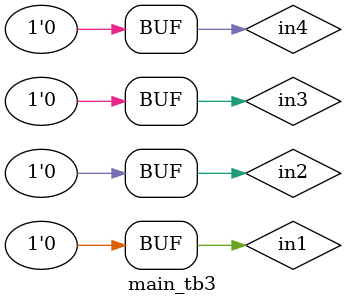
<source format=v>
module main_tb3;

reg in1,in2,in3,in4;
wire [3:0] count;
wire mo1,mo2,mo3,mo4;

initial
begin
in1=0;
in2=0;
in3=0;
in4=0;
end

main m1(in1,in2,in3,in4,count,mo1,mo2,mo3,mo4);


initial
begin
$dumpfile("main3.vcd");
$dumpvars(0,main_tb3);
end

initial
begin
#17
in1=1;
in2=0;
in3=0;
in4=0;
#7
in1=0;
end


initial
begin
#50
in1=1;
in2=1;
in3=1;
in4=1;
#4

in1=0;
in2=0;
in3=0;
in4=0;
end

initial
begin
#84
in1=0;
in2=0;
in3=1;
in4=0;
#7
in3=0;
end

initial
begin
#120
in1=0;
in2=1;
in3=0;
in4=0;
#9
in2=0;
end

initial
begin
#137
in1=0;
in2=1;
in3=0;
in4=0;
#1
in2=0;
end

initial
begin
#153
in1=0;
in2=0;
in3=1;
in4=0;
#2
in3=0;
end
initial
begin
#169
in1=0;
in2=0;
in3=0;
in4=1;
#3
in4=0;
end

initial
begin
#185
in1=0;
in2=1;
in3=0;
in4=0;
#1
in2=0;
end

initial
begin
#197
in1=0;
in2=0;
in3=1;
in4=0;
#4
in3=0;
end

endmodule


</source>
